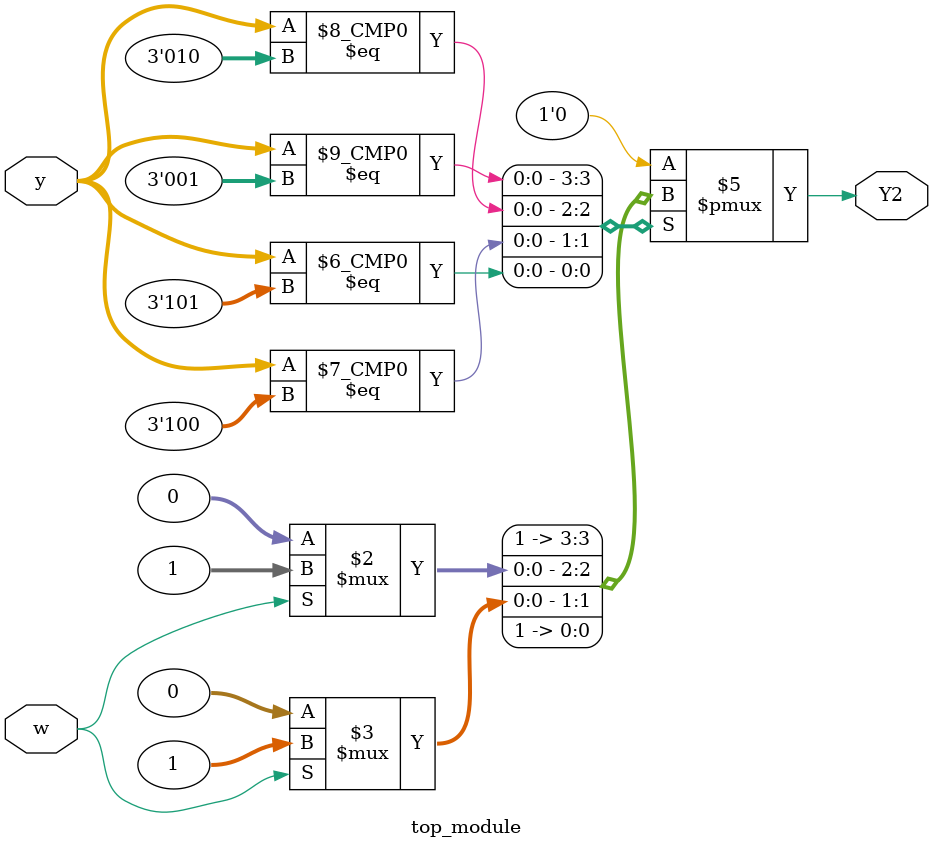
<source format=sv>
module top_module (
    input [3:1] y,
    input w,
    output Y2
);

  parameter A = 3'b000, B = 3'b001, C = 3'b010, D = 3'b011, E = 3'b100, F = 3'b101;

  always @(*) begin
    case (y[3:1])
      A: Y2 = 0;
      B: Y2 = 1;
      C: Y2 = (w) ? 1 : 0;
      D: Y2 = 0;
      E: Y2 = (w) ? 1 : 0;
      F: Y2 = 1;
      default: Y2 = 0;
    endcase
  end

endmodule

</source>
